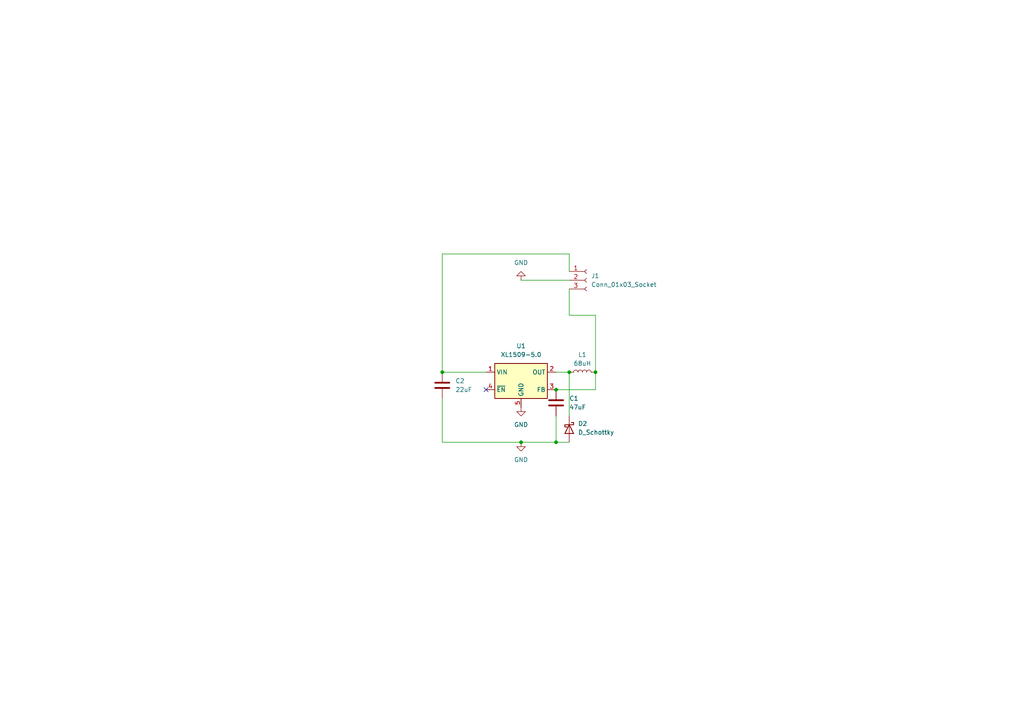
<source format=kicad_sch>
(kicad_sch (version 20250114) (generator "eeschema") (generator_version "9.0")
  (paper "A4")
  (lib_symbols
    (symbol "Connector:Conn_01x03_Socket" (pin_names (offset 1.016) (hide yes))
      (property "Reference" "J" (at 0 5.08 0))
      (property "Value" "Conn_01x03_Socket" (at 0 -5.08 0))
      (symbol "Conn_01x03_Socket_1_1"
        (polyline (pts (xy -1.27 2.54) (xy -0.508 2.54)) (stroke (width 0.1524)))
        (polyline (pts (xy -1.27 0) (xy -0.508 0)) (stroke (width 0.1524)))
        (polyline (pts (xy -1.27 -2.54) (xy -0.508 -2.54)) (stroke (width 0.1524)))
        (arc (start 0 2.032) (mid -0.5058 2.54) (end 0 3.048) (stroke (width 0.1524)))
        (arc (start 0 -0.508) (mid -0.5058 0) (end 0 0.508) (stroke (width 0.1524)))
        (arc (start 0 -3.048) (mid -0.5058 -2.54) (end 0 -2.032) (stroke (width 0.1524)))
        (pin passive line (at -5.08 2.54 0) (length 3.81) (name "Pin_1") (number "1"))
        (pin passive line (at -5.08 0 0) (length 3.81) (name "Pin_2") (number "2"))
        (pin passive line (at -5.08 -2.54 0) (length 3.81) (name "Pin_3") (number "3"))
      )
    )
    (symbol "Device:C" (pin_numbers (hide yes)) (pin_names (offset 0.254))
      (property "Reference" "C" (at 0.635 2.54 0))
      (property "Value" "C" (at 0.635 -2.54 0))
      (symbol "C_0_1"
        (polyline (pts (xy -2.032 0.762) (xy 2.032 0.762)) (stroke (width 0.508)))
        (polyline (pts (xy -2.032 -0.762) (xy 2.032 -0.762)) (stroke (width 0.508)))
      )
      (symbol "C_1_1"
        (pin passive line (at 0 3.81 270) (length 2.794) (name "~") (number "1"))
        (pin passive line (at 0 -3.81 90) (length 2.794) (name "~") (number "2"))
      )
    )
    (symbol "Device:D_Schottky" (pin_numbers (hide yes)) (pin_names (offset 1.016) (hide yes))
      (property "Reference" "D" (at 0 2.54 0))
      (property "Value" "D_Schottky" (at 0 -2.54 0))
      (symbol "D_Schottky_0_1"
        (polyline (pts (xy -1.905 0.635) (xy -1.905 1.27) (xy -1.27 1.27) (xy -1.27 -1.27) (xy -0.635 -1.27) (xy -0.635 -0.635)) (stroke (width 0.254)))
        (polyline (pts (xy 1.27 1.27) (xy 1.27 -1.27) (xy -1.27 0) (xy 1.27 1.27)) (stroke (width 0.254)))
        (polyline (pts (xy 1.27 0) (xy -1.27 0)))
      )
      (symbol "D_Schottky_1_1"
        (pin passive line (at -3.81 0 0) (length 2.54) (name "K") (number "1"))
        (pin passive line (at 3.81 0 180) (length 2.54) (name "A") (number "2"))
      )
    )
    (symbol "Device:L" (pin_numbers (hide yes)) (pin_names (offset 1.016) (hide yes))
      (property "Reference" "L" (at -1.27 0 90))
      (property "Value" "L" (at 1.905 0 90))
      (symbol "L_0_1"
        (arc (start 0 2.54) (mid 0.6323 1.905) (end 0 1.27))
        (arc (start 0 1.27) (mid 0.6323 0.635) (end 0 0))
        (arc (start 0 0) (mid 0.6323 -0.635) (end 0 -1.27))
        (arc (start 0 -1.27) (mid 0.6323 -1.905) (end 0 -2.54))
      )
      (symbol "L_1_1"
        (pin passive line (at 0 3.81 270) (length 1.27) (name "1") (number "1"))
        (pin passive line (at 0 -3.81 90) (length 1.27) (name "2") (number "2"))
      )
    )
    (symbol "Regulator_Switching:XL1509-5.0"
      (property "Reference" "U" (at -7.112 6.096 0))
      (property "Value" "XL1509-5.0" (at 5.842 6.096 0))
      (symbol "XL1509-5.0_0_1"
        (rectangle (start -7.62 5.08) (end 7.62 -5.08) (stroke (width 0.254)) (fill (type background)))
      )
      (symbol "XL1509-5.0_1_1"
        (pin power_in line (at -10.16 2.54 0) (length 2.54) (name "VIN") (number "1"))
        (pin input line (at -10.16 -2.54 0) (length 2.54) (name "~{EN}") (number "4"))
        (pin power_in line (at 0 -7.62 90) (length 2.54) (name "GND") (number "5"))
        (pin passive line (at 0 -7.62 90) (length 2.54) (hide yes) (name "GND") (number "6"))
        (pin passive line (at 0 -7.62 90) (length 2.54) (hide yes) (name "GND") (number "7"))
        (pin passive line (at 0 -7.62 90) (length 2.54) (hide yes) (name "GND") (number "8"))
        (pin power_out line (at 10.16 2.54 180) (length 2.54) (name "OUT") (number "2"))
        (pin input line (at 10.16 -2.54 180) (length 2.54) (name "FB") (number "3"))
      )
    )
    (symbol "power:GND" (power) (pin_numbers (hide yes)) (pin_names (offset 0) (hide yes))
      (property "Value" "GND" (at 0 -3.81 0))
      (symbol "GND_0_1"
        (polyline (pts (xy 0 0) (xy 0 -1.27) (xy 1.27 -1.27) (xy 0 -2.54) (xy -1.27 -1.27) (xy 0 -1.27)))
      )
      (symbol "GND_1_1"
        (pin power_in line (at 0 0 270) (length 0) (name "~") (number "1"))
      )
    )
  )
  (junction (at 172.72 107.95))
  (junction (at 161.29 113.03))
  (junction (at 161.29 128.27))
  (junction (at 165.1 107.95))
  (junction (at 128.27 107.95))
  (junction (at 151.13 128.27))
  (no_connect (at 140.97 113.03))
  (wire (pts (xy 165.1 107.95) (xy 165.1 120.65)))
  (wire (pts (xy 151.13 128.27) (xy 161.29 128.27)))
  (wire (pts (xy 128.27 107.95) (xy 140.97 107.95)))
  (wire (pts (xy 165.1 83.82) (xy 165.1 91.44)))
  (wire (pts (xy 128.27 73.66) (xy 128.27 107.95)))
  (wire (pts (xy 165.1 73.66) (xy 128.27 73.66)))
  (wire (pts (xy 165.1 73.66) (xy 165.1 78.74)))
  (wire (pts (xy 161.29 120.65) (xy 161.29 128.27)))
  (wire (pts (xy 128.27 115.57) (xy 128.27 128.27)))
  (wire (pts (xy 172.72 91.44) (xy 172.72 107.95)))
  (wire (pts (xy 161.29 113.03) (xy 172.72 113.03)))
  (wire (pts (xy 165.1 91.44) (xy 172.72 91.44)))
  (wire (pts (xy 165.1 107.95) (xy 161.29 107.95)))
  (wire (pts (xy 172.72 107.95) (xy 172.72 113.03)))
  (wire (pts (xy 151.13 81.28) (xy 165.1 81.28)))
  (wire (pts (xy 128.27 128.27) (xy 151.13 128.27)))
  (wire (pts (xy 161.29 128.27) (xy 165.1 128.27)))
  (symbol (lib_id "power:GND") (at 151.13 118.11 0) (unit 1)
    (property "Reference" "#PWR01" (effects (hide yes)))
    (property "Value" "GND" (at 151.13 123.19 0))
    (property "Description" "Power symbol creates a global label with name \"GND\" , ground" (effects (hide yes)))
  )
  (symbol (lib_id "Device:D_Schottky") (at 165.1 124.46 270) (unit 1)
    (property "Reference" "D2" (at 167.64 122.8724 90) (effects (justify left)))
    (property "Value" "D_Schottky" (at 167.64 125.4124 90) (effects (justify left)))
    (property "Footprint" "Diode_SMD:D_SMA" (effects (hide yes)))
    (property "Description" "Schottky diode" (effects (hide yes)))
  )
  (symbol (lib_id "power:GND") (at 151.13 81.28 180) (unit 1)
    (property "Reference" "#PWR02" (effects (hide yes)))
    (property "Value" "GND" (at 151.13 76.2 0))
    (property "Description" "Power symbol creates a global label with name \"GND\" , ground" (effects (hide yes)))
  )
  (symbol (lib_id "Connector:Conn_01x03_Socket") (at 170.18 81.28 0) (unit 1)
    (property "Reference" "J1" (at 171.45 80.0099 0) (effects (justify left)))
    (property "Value" "Conn_01x03_Socket" (at 171.45 82.5499 0) (effects (justify left)))
    (property "Footprint" "Package_TO_SOT_SMD:TO-252-2" (effects (hide yes)))
    (property "Description" "Generic connector, single row, 01x03, script generated" (effects (hide yes)))
  )
  (symbol (lib_id "Device:C") (at 161.29 116.84 0) (unit 1)
    (property "Reference" "C1" (at 165.1 115.5699 0) (effects (justify left)))
    (property "Value" "47uF" (at 165.1 118.1099 0) (effects (justify left)))
    (property "Footprint" "Capacitor_SMD:C_1210_3225Metric_Pad1.33x2.70mm_HandSolder" (effects (hide yes)))
    (property "Description" "Unpolarized capacitor" (effects (hide yes)))
  )
  (symbol (lib_id "Regulator_Switching:XL1509-5.0") (at 151.13 110.49 0) (unit 1)
    (property "Reference" "U1" (at 151.13 100.33 0))
    (property "Value" "XL1509-5.0" (at 151.13 102.87 0))
    (property "Footprint" "Package_SO:SOIC-8_3.9x4.9mm_P1.27mm" (effects (hide yes)))
    (property "Datasheet" "https://datasheet.lcsc.com/lcsc/1809050422_XLSEMI-XL1509-5-0E1_C61063.pdf" (effects (hide yes)))
    (property "Description" "Buck DC/DC Converter, 2A, 5V Output Voltage, 7-40V Input Voltage" (effects (hide yes)))
  )
  (symbol (lib_id "power:GND") (at 151.13 128.27 0) (unit 1)
    (property "Reference" "#PWR03" (effects (hide yes)))
    (property "Value" "GND" (at 151.13 133.35 0))
    (property "Description" "Power symbol creates a global label with name \"GND\" , ground" (effects (hide yes)))
  )
  (symbol (lib_id "Device:C") (at 128.27 111.76 0) (unit 1)
    (property "Reference" "C2" (at 132.08 110.4899 0) (effects (justify left)))
    (property "Value" "22uF" (at 132.08 113.0299 0) (effects (justify left)))
    (property "Footprint" "Capacitor_SMD:C_0805_2012Metric_Pad1.18x1.45mm_HandSolder" (effects (hide yes)))
    (property "Description" "Unpolarized capacitor" (effects (hide yes)))
  )
  (symbol (lib_id "Device:L") (at 168.91 107.95 90) (unit 1)
    (property "Reference" "L1" (at 168.91 102.87 90))
    (property "Value" "68uH" (at 168.91 105.41 90))
    (property "Footprint" "Inductor_SMD:L_Bourns-SRN4018" (effects (hide yes)))
    (property "Description" "Inductor" (effects (hide yes)))
  )
)
</source>
